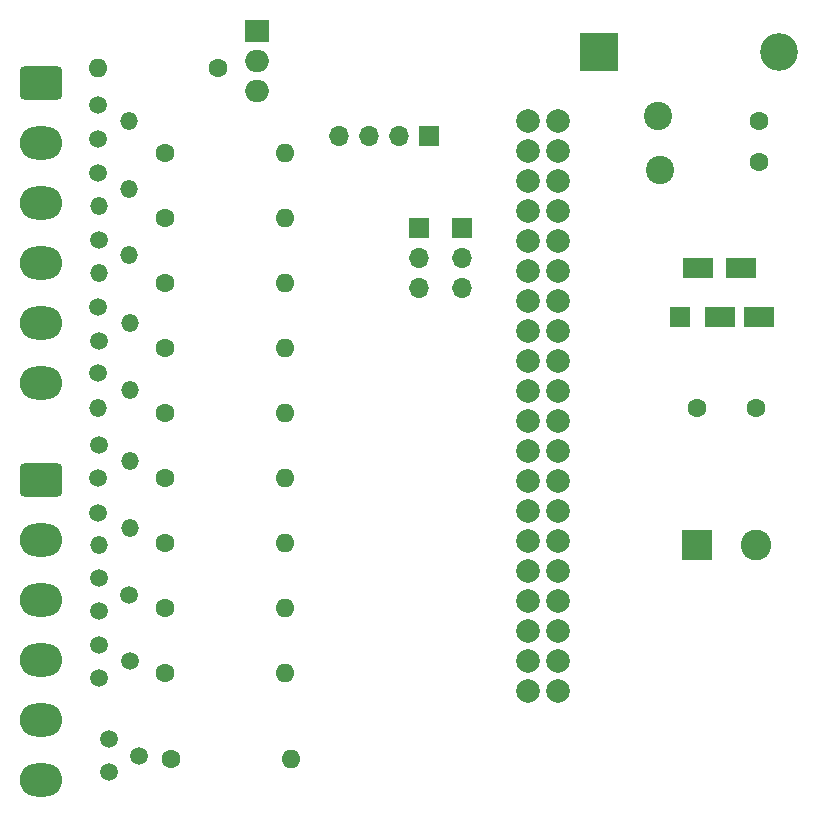
<source format=gbr>
%TF.GenerationSoftware,KiCad,Pcbnew,6.0.5-a6ca702e91~116~ubuntu20.04.1*%
%TF.CreationDate,2022-09-12T10:32:14-03:00*%
%TF.ProjectId,PEF,5045462e-6b69-4636-9164-5f7063625858,rev?*%
%TF.SameCoordinates,Original*%
%TF.FileFunction,Copper,L1,Top*%
%TF.FilePolarity,Positive*%
%FSLAX46Y46*%
G04 Gerber Fmt 4.6, Leading zero omitted, Abs format (unit mm)*
G04 Created by KiCad (PCBNEW 6.0.5-a6ca702e91~116~ubuntu20.04.1) date 2022-09-12 10:32:14*
%MOMM*%
%LPD*%
G01*
G04 APERTURE LIST*
G04 Aperture macros list*
%AMRoundRect*
0 Rectangle with rounded corners*
0 $1 Rounding radius*
0 $2 $3 $4 $5 $6 $7 $8 $9 X,Y pos of 4 corners*
0 Add a 4 corners polygon primitive as box body*
4,1,4,$2,$3,$4,$5,$6,$7,$8,$9,$2,$3,0*
0 Add four circle primitives for the rounded corners*
1,1,$1+$1,$2,$3*
1,1,$1+$1,$4,$5*
1,1,$1+$1,$6,$7*
1,1,$1+$1,$8,$9*
0 Add four rect primitives between the rounded corners*
20,1,$1+$1,$2,$3,$4,$5,0*
20,1,$1+$1,$4,$5,$6,$7,0*
20,1,$1+$1,$6,$7,$8,$9,0*
20,1,$1+$1,$8,$9,$2,$3,0*%
G04 Aperture macros list end*
%TA.AperFunction,ComponentPad*%
%ADD10R,1.800000X1.800000*%
%TD*%
%TA.AperFunction,ComponentPad*%
%ADD11R,2.500000X1.800000*%
%TD*%
%TA.AperFunction,ComponentPad*%
%ADD12C,1.600000*%
%TD*%
%TA.AperFunction,ComponentPad*%
%ADD13C,1.500000*%
%TD*%
%TA.AperFunction,ComponentPad*%
%ADD14O,1.500000X1.500000*%
%TD*%
%TA.AperFunction,ComponentPad*%
%ADD15R,1.700000X1.700000*%
%TD*%
%TA.AperFunction,ComponentPad*%
%ADD16O,1.700000X1.700000*%
%TD*%
%TA.AperFunction,ComponentPad*%
%ADD17O,1.600000X1.600000*%
%TD*%
%TA.AperFunction,ComponentPad*%
%ADD18R,3.200000X3.200000*%
%TD*%
%TA.AperFunction,ComponentPad*%
%ADD19O,3.200000X3.200000*%
%TD*%
%TA.AperFunction,ComponentPad*%
%ADD20RoundRect,0.336538X-1.463462X1.063462X-1.463462X-1.063462X1.463462X-1.063462X1.463462X1.063462X0*%
%TD*%
%TA.AperFunction,ComponentPad*%
%ADD21O,3.600000X2.800000*%
%TD*%
%TA.AperFunction,ComponentPad*%
%ADD22C,2.400000*%
%TD*%
%TA.AperFunction,ComponentPad*%
%ADD23C,2.000000*%
%TD*%
%TA.AperFunction,ComponentPad*%
%ADD24R,2.600000X2.600000*%
%TD*%
%TA.AperFunction,ComponentPad*%
%ADD25C,2.600000*%
%TD*%
%TA.AperFunction,ComponentPad*%
%ADD26R,2.000000X1.905000*%
%TD*%
%TA.AperFunction,ComponentPad*%
%ADD27O,2.000000X1.905000*%
%TD*%
G04 APERTURE END LIST*
D10*
%TO.P,U2,1,VIN*%
%TO.N,12V*%
X77880000Y-49700000D03*
D11*
%TO.P,U2,2,OUT*%
%TO.N,Net-(D1-Pad1)*%
X79405000Y-45575000D03*
%TO.P,U2,3,GND*%
%TO.N,GND*%
X81280000Y-49700000D03*
%TO.P,U2,4,FB*%
%TO.N,5 V*%
X83030000Y-45575000D03*
%TO.P,U2,5,~{ON}/OFF*%
%TO.N,GND*%
X84630000Y-49700000D03*
%TD*%
D12*
%TO.P,C2,1*%
%TO.N,5 V*%
X84600000Y-36590000D03*
%TO.P,C2,2*%
%TO.N,GND*%
X84600000Y-33090000D03*
%TD*%
D13*
%TO.P,Q3,1,E*%
%TO.N,GND*%
X28640000Y-48840000D03*
D14*
%TO.P,Q3,2,B*%
%TO.N,Net-(Q3-Pad2)*%
X31340000Y-50240000D03*
D13*
%TO.P,Q3,3,C*%
%TO.N,530*%
X28740000Y-51740000D03*
%TD*%
D15*
%TO.P,J3,1,Pin_1*%
%TO.N,3.3 V*%
X55795000Y-42200000D03*
D16*
%TO.P,J3,2,Pin_2*%
X55795000Y-44740000D03*
%TO.P,J3,3,Pin_3*%
X55795000Y-47280000D03*
%TD*%
D12*
%TO.P,R5,1*%
%TO.N,Net-(Q4-Pad2)*%
X34320000Y-74326250D03*
D17*
%TO.P,R5,2*%
%TO.N,37*%
X44480000Y-74326250D03*
%TD*%
D18*
%TO.P,D1,1,K*%
%TO.N,Net-(D1-Pad1)*%
X71040000Y-27270000D03*
D19*
%TO.P,D1,2,A*%
%TO.N,GND*%
X86280000Y-27270000D03*
%TD*%
D12*
%TO.P,R10,1*%
%TO.N,Net-(Q9-Pad2)*%
X34320000Y-63318750D03*
D17*
%TO.P,R10,2*%
%TO.N,33*%
X44480000Y-63318750D03*
%TD*%
D20*
%TO.P,J2,1,Pin_1*%
%TO.N,660*%
X23777500Y-63500000D03*
D21*
%TO.P,J2,2,Pin_2*%
%TO.N,280*%
X23777500Y-68580000D03*
%TO.P,J2,3,Pin_3*%
%TO.N,WA*%
X23777500Y-73660000D03*
%TO.P,J2,4,Pin_4*%
%TO.N,365*%
X23777500Y-78740000D03*
%TO.P,J2,5,Pin_5*%
%TO.N,12V*%
X23777500Y-83820000D03*
%TO.P,J2,6,Pin_6*%
%TO.N,PUMP*%
X23777500Y-88900000D03*
%TD*%
D12*
%TO.P,R2,1*%
%TO.N,Net-(Q1-Pad2)*%
X34320000Y-68822500D03*
D17*
%TO.P,R2,2*%
%TO.N,35*%
X44480000Y-68822500D03*
%TD*%
D22*
%TO.P,L1,1,1*%
%TO.N,Net-(D1-Pad1)*%
X76170000Y-37210000D03*
%TO.P,L1,2,2*%
%TO.N,5 V*%
X76070000Y-32710000D03*
%TD*%
D12*
%TO.P,R3,1*%
%TO.N,Net-(Q2-Pad2)*%
X34320000Y-79830000D03*
D17*
%TO.P,R3,2*%
%TO.N,40*%
X44480000Y-79830000D03*
%TD*%
D13*
%TO.P,Q5,1,E*%
%TO.N,GND*%
X29520000Y-85450000D03*
%TO.P,Q5,2,B*%
%TO.N,Net-(Q5-Pad2)*%
X32120000Y-86850000D03*
%TO.P,Q5,3,C*%
%TO.N,PUMP*%
X29520000Y-88250000D03*
%TD*%
D23*
%TO.P,J7,1,Pin_1*%
%TO.N,3.3 V*%
X65000000Y-33075000D03*
%TO.P,J7,2,Pin_2*%
%TO.N,5 V*%
X67540000Y-33075000D03*
%TO.P,J7,3,Pin_3*%
%TO.N,SDA*%
X65000000Y-35615000D03*
%TO.P,J7,4,Pin_4*%
%TO.N,5 V*%
X67540000Y-35615000D03*
%TO.P,J7,5,Pin_5*%
%TO.N,SCL*%
X65000000Y-38155000D03*
%TO.P,J7,6,Pin_6*%
%TO.N,GND*%
X67540000Y-38155000D03*
%TO.P,J7,7,Pin_7*%
%TO.N,Accept B*%
X65000000Y-40695000D03*
%TO.P,J7,8,Pin_8*%
%TO.N,unconnected-(J7-Pad8)*%
X67540000Y-40695000D03*
%TO.P,J7,9,Pin_9*%
%TO.N,GND*%
X65000000Y-43235000D03*
%TO.P,J7,10,Pin_10*%
%TO.N,unconnected-(J7-Pad10)*%
X67540000Y-43235000D03*
%TO.P,J7,11,Pin_11*%
%TO.N,Change B*%
X65000000Y-45775000D03*
%TO.P,J7,12,Pin_12*%
%TO.N,unconnected-(J7-Pad12)*%
X67540000Y-45775000D03*
%TO.P,J7,13,Pin_13*%
%TO.N,Cancel B*%
X65000000Y-48315000D03*
%TO.P,J7,14,Pin_14*%
%TO.N,GND*%
X67540000Y-48315000D03*
%TO.P,J7,15,Pin_15*%
%TO.N,unconnected-(J7-Pad15)*%
X65000000Y-50855000D03*
%TO.P,J7,16,Pin_16*%
%TO.N,unconnected-(J7-Pad16)*%
X67540000Y-50855000D03*
%TO.P,J7,17,Pin_17*%
%TO.N,3.3 V*%
X65000000Y-53395000D03*
%TO.P,J7,18,Pin_18*%
%TO.N,unconnected-(J7-Pad18)*%
X67540000Y-53395000D03*
%TO.P,J7,19,Pin_19*%
%TO.N,19*%
X65000000Y-55935000D03*
%TO.P,J7,20,Pin_20*%
%TO.N,unconnected-(J7-Pad20)*%
X67540000Y-55935000D03*
%TO.P,J7,21,Pin_21*%
%TO.N,21*%
X65000000Y-58475000D03*
%TO.P,J7,22,Pin_22*%
%TO.N,unconnected-(J7-Pad22)*%
X67540000Y-58475000D03*
%TO.P,J7,23,Pin_23*%
%TO.N,23*%
X65000000Y-61015000D03*
%TO.P,J7,24,Pin_24*%
%TO.N,unconnected-(J7-Pad24)*%
X67540000Y-61015000D03*
%TO.P,J7,25,Pin_25*%
%TO.N,GND*%
X65000000Y-63555000D03*
%TO.P,J7,26,Pin_26*%
%TO.N,unconnected-(J7-Pad26)*%
X67540000Y-63555000D03*
%TO.P,J7,27,Pin_27*%
%TO.N,unconnected-(J7-Pad27)*%
X65000000Y-66095000D03*
%TO.P,J7,28,Pin_28*%
%TO.N,unconnected-(J7-Pad28)*%
X67540000Y-66095000D03*
%TO.P,J7,29,Pin_29*%
%TO.N,29*%
X65000000Y-68635000D03*
%TO.P,J7,30,Pin_30*%
%TO.N,GND*%
X67540000Y-68635000D03*
%TO.P,J7,31,Pin_31*%
%TO.N,31*%
X65000000Y-71175000D03*
%TO.P,J7,32,Pin_32*%
%TO.N,unconnected-(J7-Pad32)*%
X67540000Y-71175000D03*
%TO.P,J7,33,Pin_33*%
%TO.N,33*%
X65000000Y-73715000D03*
%TO.P,J7,34,Pin_34*%
%TO.N,GND*%
X67540000Y-73715000D03*
%TO.P,J7,35,Pin_35*%
%TO.N,35*%
X65000000Y-76255000D03*
%TO.P,J7,36,Pin_36*%
%TO.N,unconnected-(J7-Pad36)*%
X67540000Y-76255000D03*
%TO.P,J7,37,Pin_37*%
%TO.N,37*%
X65000000Y-78795000D03*
%TO.P,J7,38,Pin_38*%
%TO.N,38*%
X67540000Y-78795000D03*
%TO.P,J7,39,Pin_39*%
%TO.N,GND*%
X65000000Y-81335000D03*
%TO.P,J7,40,Pin_40*%
%TO.N,40*%
X67540000Y-81335000D03*
%TD*%
D12*
%TO.P,R9,1*%
%TO.N,Net-(Q8-Pad2)*%
X34320000Y-41303750D03*
D17*
%TO.P,R9,2*%
%TO.N,21*%
X44480000Y-41303750D03*
%TD*%
D12*
%TO.P,R7,1*%
%TO.N,Net-(Q6-Pad2)*%
X34320000Y-35800000D03*
D17*
%TO.P,R7,2*%
%TO.N,19*%
X44480000Y-35800000D03*
%TD*%
D24*
%TO.P,J6,1,Pin_1*%
%TO.N,12V*%
X79340000Y-69030000D03*
D25*
%TO.P,J6,2,Pin_2*%
%TO.N,GND*%
X84340000Y-69030000D03*
%TD*%
D13*
%TO.P,Q4,1,E*%
%TO.N,GND*%
X28740000Y-71830000D03*
%TO.P,Q4,2,B*%
%TO.N,Net-(Q4-Pad2)*%
X31240000Y-73200000D03*
%TO.P,Q4,3,C*%
%TO.N,WA*%
X28740000Y-74630000D03*
%TD*%
%TO.P,Q2,1,E*%
%TO.N,GND*%
X28740000Y-77430000D03*
%TO.P,Q2,2,B*%
%TO.N,Net-(Q2-Pad2)*%
X31340000Y-78800000D03*
%TO.P,Q2,3,C*%
%TO.N,365*%
X28740000Y-80230000D03*
%TD*%
D20*
%TO.P,J1,1,Pin_1*%
%TO.N,ADJ C*%
X23777500Y-29900000D03*
D21*
%TO.P,J1,2,Pin_2*%
%TO.N,395*%
X23777500Y-34980000D03*
%TO.P,J1,3,Pin_3*%
%TO.N,440*%
X23777500Y-40060000D03*
%TO.P,J1,4,Pin_4*%
%TO.N,470*%
X23777500Y-45140000D03*
%TO.P,J1,5,Pin_5*%
%TO.N,530*%
X23777500Y-50220000D03*
%TO.P,J1,6,Pin_6*%
%TO.N,600*%
X23777500Y-55300000D03*
%TD*%
D13*
%TO.P,Q6,1,E*%
%TO.N,GND*%
X28640000Y-31730000D03*
D14*
%TO.P,Q6,2,B*%
%TO.N,Net-(Q6-Pad2)*%
X31240000Y-33130000D03*
D13*
%TO.P,Q6,3,C*%
%TO.N,395*%
X28640000Y-34630000D03*
%TD*%
%TO.P,Q7,1,E*%
%TO.N,GND*%
X28640000Y-54400000D03*
D14*
%TO.P,Q7,2,B*%
%TO.N,Net-(Q7-Pad2)*%
X31340000Y-55900000D03*
%TO.P,Q7,3,C*%
%TO.N,600*%
X28640000Y-57400000D03*
%TD*%
D12*
%TO.P,R1,1*%
%TO.N,Net-(R1-Pad1)*%
X38800000Y-28600000D03*
D17*
%TO.P,R1,2*%
%TO.N,ADJ C*%
X28640000Y-28600000D03*
%TD*%
D15*
%TO.P,J4,1,Pin_1*%
%TO.N,Accept B*%
X59475000Y-42200000D03*
D16*
%TO.P,J4,2,Pin_2*%
%TO.N,Change B*%
X59475000Y-44740000D03*
%TO.P,J4,3,Pin_3*%
%TO.N,Cancel B*%
X59475000Y-47280000D03*
%TD*%
D13*
%TO.P,Q1,1,E*%
%TO.N,GND*%
X28640000Y-66330000D03*
D14*
%TO.P,Q1,2,B*%
%TO.N,Net-(Q1-Pad2)*%
X31340000Y-67530000D03*
%TO.P,Q1,3,C*%
%TO.N,280*%
X28740000Y-69030000D03*
%TD*%
D13*
%TO.P,Q8,1,E*%
%TO.N,GND*%
X28640000Y-37500000D03*
D14*
%TO.P,Q8,2,B*%
%TO.N,Net-(Q8-Pad2)*%
X31240000Y-38900000D03*
%TO.P,Q8,3,C*%
%TO.N,440*%
X28740000Y-40300000D03*
%TD*%
D12*
%TO.P,R6,1*%
%TO.N,Net-(Q5-Pad2)*%
X34840000Y-87130000D03*
D17*
%TO.P,R6,2*%
%TO.N,38*%
X45000000Y-87130000D03*
%TD*%
D12*
%TO.P,R8,1*%
%TO.N,Net-(Q7-Pad2)*%
X34320000Y-57815000D03*
D17*
%TO.P,R8,2*%
%TO.N,31*%
X44480000Y-57815000D03*
%TD*%
D12*
%TO.P,R4,1*%
%TO.N,Net-(Q3-Pad2)*%
X34320000Y-52311250D03*
D17*
%TO.P,R4,2*%
%TO.N,29*%
X44480000Y-52311250D03*
%TD*%
D12*
%TO.P,C1,1*%
%TO.N,12V*%
X79340000Y-57400000D03*
%TO.P,C1,2*%
%TO.N,GND*%
X84340000Y-57400000D03*
%TD*%
D13*
%TO.P,Q9,1,E*%
%TO.N,GND*%
X28740000Y-60560000D03*
D14*
%TO.P,Q9,2,B*%
%TO.N,Net-(Q9-Pad2)*%
X31340000Y-61860000D03*
D13*
%TO.P,Q9,3,C*%
%TO.N,660*%
X28640000Y-63360000D03*
%TD*%
D15*
%TO.P,J5,1,Pin_1*%
%TO.N,5 V*%
X56675000Y-34400000D03*
D16*
%TO.P,J5,2,Pin_2*%
%TO.N,GND*%
X54135000Y-34400000D03*
%TO.P,J5,3,Pin_3*%
%TO.N,SDA*%
X51595000Y-34400000D03*
%TO.P,J5,4,Pin_4*%
%TO.N,SCL*%
X49055000Y-34400000D03*
%TD*%
D12*
%TO.P,R11,1*%
%TO.N,Net-(Q10-Pad2)*%
X34320000Y-46807500D03*
D17*
%TO.P,R11,2*%
%TO.N,23*%
X44480000Y-46807500D03*
%TD*%
D13*
%TO.P,Q10,1,E*%
%TO.N,GND*%
X28740000Y-43170000D03*
D14*
%TO.P,Q10,2,B*%
%TO.N,Net-(Q10-Pad2)*%
X31240000Y-44470000D03*
%TO.P,Q10,3,C*%
%TO.N,470*%
X28740000Y-45970000D03*
%TD*%
D26*
%TO.P,U1,1,ADJ*%
%TO.N,ADJ C*%
X42055000Y-25460000D03*
D27*
%TO.P,U1,2,VO*%
%TO.N,Net-(R1-Pad1)*%
X42055000Y-28000000D03*
%TO.P,U1,3,VI*%
%TO.N,12V*%
X42055000Y-30540000D03*
%TD*%
M02*

</source>
